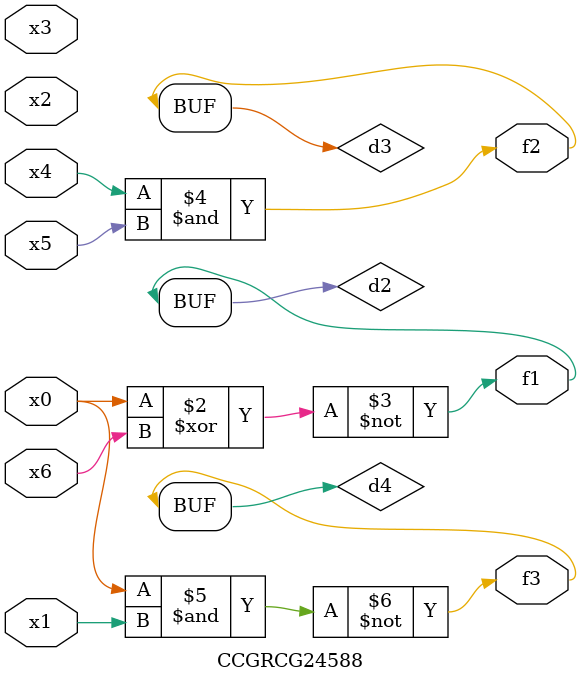
<source format=v>
module CCGRCG24588(
	input x0, x1, x2, x3, x4, x5, x6,
	output f1, f2, f3
);

	wire d1, d2, d3, d4;

	nor (d1, x0);
	xnor (d2, x0, x6);
	and (d3, x4, x5);
	nand (d4, x0, x1);
	assign f1 = d2;
	assign f2 = d3;
	assign f3 = d4;
endmodule

</source>
